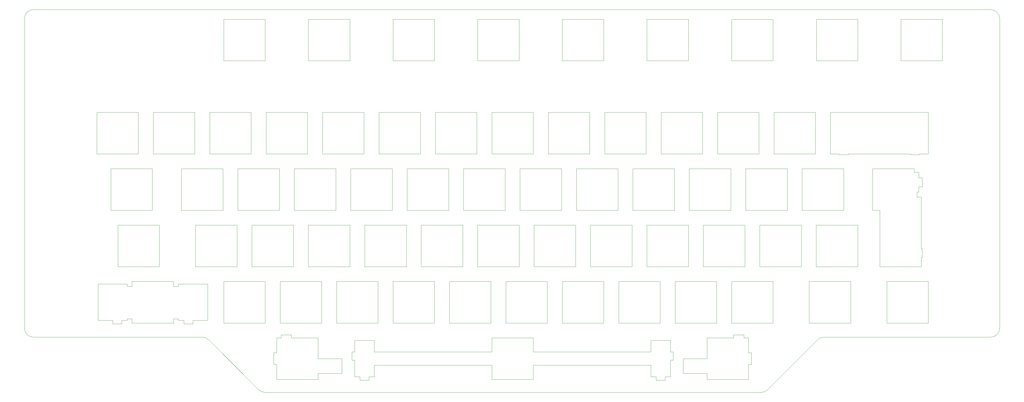
<source format=gbr>
G04 #@! TF.GenerationSoftware,KiCad,Pcbnew,(7.0.0)*
G04 #@! TF.CreationDate,2023-04-03T23:20:41-07:00*
G04 #@! TF.ProjectId,DecentXE-plate,44656365-6e74-4584-952d-706c6174652e,12*
G04 #@! TF.SameCoordinates,Original*
G04 #@! TF.FileFunction,Profile,NP*
%FSLAX46Y46*%
G04 Gerber Fmt 4.6, Leading zero omitted, Abs format (unit mm)*
G04 Created by KiCad (PCBNEW (7.0.0)) date 2023-04-03 23:20:41*
%MOMM*%
%LPD*%
G01*
G04 APERTURE LIST*
G04 #@! TA.AperFunction,Profile*
%ADD10C,0.050000*%
G04 #@! TD*
G04 #@! TA.AperFunction,Profile*
%ADD11C,0.120000*%
G04 #@! TD*
G04 APERTURE END LIST*
D10*
X351560000Y-25360000D02*
X351560000Y-130000000D01*
X22360000Y-130000000D02*
G75*
G03*
X25360000Y-133000000I3000000J0D01*
G01*
X351560000Y-25360000D02*
G75*
G03*
X348560000Y-22360000I-3000000J0D01*
G01*
X348560000Y-133000000D02*
G75*
G03*
X351560000Y-130000000I0J3000000D01*
G01*
X84506120Y-133878680D02*
G75*
G03*
X82384800Y-133000000I-2121320J-2121320D01*
G01*
X101408680Y-150781320D02*
G75*
G03*
X103530000Y-151660000I2121320J2121320D01*
G01*
X103530000Y-151660000D02*
X271100000Y-151660000D01*
X271100000Y-151659971D02*
G75*
G03*
X273221300Y-150781300I0J2999971D01*
G01*
X273221300Y-150781300D02*
X290123900Y-133878700D01*
X292245200Y-133000029D02*
G75*
G03*
X290123900Y-133878700I0J-2999971D01*
G01*
X292245200Y-133000000D02*
X348560000Y-133000000D01*
X25360000Y-133000000D02*
X82384800Y-133000000D01*
X25360000Y-22360000D02*
X348560000Y-22360000D01*
X84506100Y-133878700D02*
X101408700Y-150781300D01*
X25360000Y-22360000D02*
G75*
G03*
X22360000Y-25360000I0J-3000000D01*
G01*
X22360000Y-25360000D02*
X22360000Y-130000000D01*
D11*
X80097500Y-95160000D02*
X80097500Y-109160000D01*
X80097500Y-95160000D02*
X94097500Y-95160000D01*
X80097500Y-109160000D02*
X94097500Y-109160000D01*
X94097500Y-95160000D02*
X94097500Y-109160000D01*
X165822500Y-114210000D02*
X165822500Y-128210000D01*
X165822500Y-114210000D02*
X179822500Y-114210000D01*
X165822500Y-128210000D02*
X179822500Y-128210000D01*
X179822500Y-114210000D02*
X179822500Y-128210000D01*
X127722500Y-114210000D02*
X127722500Y-128210000D01*
X127722500Y-114210000D02*
X141722500Y-114210000D01*
X127722500Y-128210000D02*
X141722500Y-128210000D01*
X141722500Y-114210000D02*
X141722500Y-128210000D01*
X222972500Y-114210000D02*
X222972500Y-128210000D01*
X222972500Y-114210000D02*
X236972500Y-114210000D01*
X222972500Y-128210000D02*
X236972500Y-128210000D01*
X236972500Y-114210000D02*
X236972500Y-128210000D01*
X106481875Y-138260000D02*
X106481875Y-142260000D01*
X107481875Y-133260000D02*
X107481875Y-138260000D01*
X107481875Y-133260000D02*
X108981875Y-133260000D01*
X107481875Y-138260000D02*
X106481875Y-138260000D01*
X107481875Y-142260000D02*
X106481875Y-142260000D01*
X107481875Y-142260000D02*
X107481875Y-147260000D01*
X107481875Y-147260000D02*
X121481875Y-147260000D01*
X108981875Y-132260000D02*
X108981875Y-133260000D01*
X108981875Y-132260000D02*
X112481875Y-132260000D01*
X112481875Y-132260000D02*
X112481875Y-133260000D01*
X112481875Y-133260000D02*
X121481875Y-133260000D01*
X121481875Y-133260000D02*
X121481875Y-140260000D01*
X121481875Y-140260000D02*
X129481875Y-140260000D01*
X121481875Y-145260000D02*
X121481875Y-147260000D01*
X129481875Y-140260000D02*
X129481875Y-145260000D01*
X129481875Y-145260000D02*
X121481875Y-145260000D01*
X118197500Y-95160000D02*
X118197500Y-109160000D01*
X118197500Y-95160000D02*
X132197500Y-95160000D01*
X118197500Y-109160000D02*
X132197500Y-109160000D01*
X132197500Y-95160000D02*
X132197500Y-109160000D01*
X137247500Y-95160000D02*
X137247500Y-109160000D01*
X137247500Y-95160000D02*
X151247500Y-95160000D01*
X137247500Y-109160000D02*
X151247500Y-109160000D01*
X151247500Y-95160000D02*
X151247500Y-109160000D01*
X156297500Y-95160000D02*
X156297500Y-109160000D01*
X156297500Y-95160000D02*
X170297500Y-95160000D01*
X156297500Y-109160000D02*
X170297500Y-109160000D01*
X170297500Y-95160000D02*
X170297500Y-109160000D01*
X175347500Y-95160000D02*
X175347500Y-109160000D01*
X175347500Y-95160000D02*
X189347500Y-95160000D01*
X175347500Y-109160000D02*
X189347500Y-109160000D01*
X189347500Y-95160000D02*
X189347500Y-109160000D01*
X203922500Y-25610000D02*
X203922500Y-39610000D01*
X203922500Y-25610000D02*
X217922500Y-25610000D01*
X203922500Y-39610000D02*
X217922500Y-39610000D01*
X217922500Y-25610000D02*
X217922500Y-39610000D01*
X313460000Y-114210000D02*
X313460000Y-128210000D01*
X313460000Y-114210000D02*
X327460000Y-114210000D01*
X313460000Y-128210000D02*
X327460000Y-128210000D01*
X327460000Y-114210000D02*
X327460000Y-128210000D01*
X194397500Y-95160000D02*
X194397500Y-109160000D01*
X194397500Y-95160000D02*
X208397500Y-95160000D01*
X194397500Y-109160000D02*
X208397500Y-109160000D01*
X208397500Y-95160000D02*
X208397500Y-109160000D01*
X213447500Y-95160000D02*
X213447500Y-109160000D01*
X213447500Y-95160000D02*
X227447500Y-95160000D01*
X213447500Y-109160000D02*
X227447500Y-109160000D01*
X227447500Y-95160000D02*
X227447500Y-109160000D01*
X232497500Y-95160000D02*
X232497500Y-109160000D01*
X232497500Y-95160000D02*
X246497500Y-95160000D01*
X232497500Y-109160000D02*
X246497500Y-109160000D01*
X246497500Y-95160000D02*
X246497500Y-109160000D01*
X47166250Y-115063200D02*
X47166250Y-127356800D01*
X52142250Y-127356800D02*
X47166250Y-127356800D01*
X52142250Y-127356800D02*
X52142250Y-128525200D01*
X55190250Y-127356800D02*
X55190250Y-128525200D01*
X55190250Y-128525200D02*
X52142250Y-128525200D01*
X56996250Y-115063200D02*
X47166250Y-115063200D01*
X56996250Y-115063200D02*
X56996250Y-115876000D01*
X56996250Y-115876000D02*
X58666250Y-115876000D01*
X56996250Y-126798000D02*
X58666250Y-126798000D01*
X56996250Y-127356800D02*
X55190250Y-127356800D01*
X56996250Y-127356800D02*
X56996250Y-126798000D01*
X58666250Y-114210000D02*
X58666250Y-115876000D01*
X58666250Y-114210000D02*
X72666250Y-114210000D01*
X58666250Y-128210000D02*
X58666250Y-126798000D01*
X58666250Y-128210000D02*
X72666250Y-128210000D01*
X72666250Y-114210000D02*
X72666250Y-115876000D01*
X72666250Y-128210000D02*
X72666250Y-126798000D01*
X74336250Y-115063200D02*
X74336250Y-115876000D01*
X74336250Y-115063200D02*
X84166250Y-115063200D01*
X74336250Y-115876000D02*
X72666250Y-115876000D01*
X74336250Y-126798000D02*
X72666250Y-126798000D01*
X74336250Y-127356800D02*
X74336250Y-126798000D01*
X74336250Y-127356800D02*
X76142250Y-127356800D01*
X76142250Y-127356800D02*
X76142250Y-128525200D01*
X76142250Y-128525200D02*
X79190250Y-128525200D01*
X79190250Y-127356800D02*
X79190250Y-128525200D01*
X79190250Y-127356800D02*
X84166250Y-127356800D01*
X84166250Y-115063200D02*
X84166250Y-127356800D01*
X203922500Y-114210000D02*
X203922500Y-128210000D01*
X203922500Y-114210000D02*
X217922500Y-114210000D01*
X203922500Y-128210000D02*
X217922500Y-128210000D01*
X217922500Y-114210000D02*
X217922500Y-128210000D01*
X184872500Y-114210000D02*
X184872500Y-128210000D01*
X184872500Y-114210000D02*
X198872500Y-114210000D01*
X184872500Y-128210000D02*
X198872500Y-128210000D01*
X198872500Y-114210000D02*
X198872500Y-128210000D01*
X289660000Y-25610000D02*
X289660000Y-39610000D01*
X289660000Y-25610000D02*
X303660000Y-25610000D01*
X289660000Y-39610000D02*
X303660000Y-39610000D01*
X303660000Y-25610000D02*
X303660000Y-39610000D01*
X242022500Y-114210000D02*
X242022500Y-128210000D01*
X242022500Y-114210000D02*
X256022500Y-114210000D01*
X242022500Y-128210000D02*
X256022500Y-128210000D01*
X256022500Y-114210000D02*
X256022500Y-128210000D01*
X270597500Y-95160000D02*
X270597500Y-109160000D01*
X270597500Y-95160000D02*
X284597500Y-95160000D01*
X270597500Y-109160000D02*
X284597500Y-109160000D01*
X284597500Y-95160000D02*
X284597500Y-109160000D01*
X287266250Y-114210000D02*
X287266250Y-128210000D01*
X287266250Y-114210000D02*
X301266250Y-114210000D01*
X287266250Y-128210000D02*
X301266250Y-128210000D01*
X301266250Y-114210000D02*
X301266250Y-128210000D01*
X99147500Y-95160000D02*
X99147500Y-109160000D01*
X99147500Y-95160000D02*
X113147500Y-95160000D01*
X99147500Y-109160000D02*
X113147500Y-109160000D01*
X113147500Y-95160000D02*
X113147500Y-109160000D01*
X261072500Y-25610000D02*
X261072500Y-39610000D01*
X261072500Y-25610000D02*
X275072500Y-25610000D01*
X261072500Y-39610000D02*
X275072500Y-39610000D01*
X275072500Y-25610000D02*
X275072500Y-39610000D01*
X251547500Y-95160000D02*
X251547500Y-109160000D01*
X251547500Y-95160000D02*
X265547500Y-95160000D01*
X251547500Y-109160000D02*
X265547500Y-109160000D01*
X265547500Y-95160000D02*
X265547500Y-109160000D01*
X261072500Y-114210000D02*
X261072500Y-128210000D01*
X261072500Y-114210000D02*
X275072500Y-114210000D01*
X261072500Y-128210000D02*
X275072500Y-128210000D01*
X275072500Y-114210000D02*
X275072500Y-128210000D01*
X132893600Y-137974000D02*
X132893600Y-140768000D01*
X133780000Y-134113200D02*
X133780000Y-137974000D01*
X133780000Y-137974000D02*
X132893600Y-137974000D01*
X133780000Y-140768000D02*
X132893600Y-140768000D01*
X133780000Y-140768000D02*
X133780000Y-146406800D01*
X135586000Y-146406800D02*
X133780000Y-146406800D01*
X135586000Y-146406800D02*
X135586000Y-147575200D01*
X138634000Y-146406800D02*
X138634000Y-147575200D01*
X138634000Y-147575200D02*
X135586000Y-147575200D01*
X140440000Y-134113200D02*
X133780000Y-134113200D01*
X140440000Y-134113200D02*
X140440000Y-138010000D01*
X140440000Y-138010000D02*
X180110000Y-138010000D01*
X140440000Y-142510000D02*
X180110000Y-142510000D01*
X140440000Y-146406800D02*
X138634000Y-146406800D01*
X140440000Y-146406800D02*
X140440000Y-142510000D01*
X180110000Y-133260000D02*
X180110000Y-138010000D01*
X180110000Y-133260000D02*
X194110000Y-133260000D01*
X180110000Y-147260000D02*
X180110000Y-142510000D01*
X180110000Y-147260000D02*
X194110000Y-147260000D01*
X194110000Y-133260000D02*
X194110000Y-138010000D01*
X194110000Y-147260000D02*
X194110000Y-142510000D01*
X233780000Y-134113200D02*
X233780000Y-138010000D01*
X233780000Y-134113200D02*
X240440000Y-134113200D01*
X233780000Y-138010000D02*
X194110000Y-138010000D01*
X233780000Y-142510000D02*
X194110000Y-142510000D01*
X233780000Y-146406800D02*
X233780000Y-142510000D01*
X233780000Y-146406800D02*
X235586000Y-146406800D01*
X235586000Y-146406800D02*
X235586000Y-147575200D01*
X235586000Y-147575200D02*
X238634000Y-147575200D01*
X238634000Y-146406800D02*
X238634000Y-147575200D01*
X238634000Y-146406800D02*
X240440000Y-146406800D01*
X240440000Y-134113200D02*
X240440000Y-137974000D01*
X240440000Y-137974000D02*
X241326400Y-137974000D01*
X240440000Y-140768000D02*
X240440000Y-146406800D01*
X240440000Y-140768000D02*
X241326400Y-140768000D01*
X241326400Y-137974000D02*
X241326400Y-140768000D01*
X232497500Y-25610000D02*
X232497500Y-39610000D01*
X232497500Y-25610000D02*
X246497500Y-25610000D01*
X232497500Y-39610000D02*
X246497500Y-39610000D01*
X246497500Y-25610000D02*
X246497500Y-39610000D01*
X146772500Y-114210000D02*
X146772500Y-128210000D01*
X146772500Y-114210000D02*
X160772500Y-114210000D01*
X146772500Y-128210000D02*
X160772500Y-128210000D01*
X160772500Y-114210000D02*
X160772500Y-128210000D01*
X108672500Y-114210000D02*
X108672500Y-128210000D01*
X108672500Y-114210000D02*
X122672500Y-114210000D01*
X108672500Y-128210000D02*
X122672500Y-128210000D01*
X122672500Y-114210000D02*
X122672500Y-128210000D01*
X89622500Y-114210000D02*
X89622500Y-128210000D01*
X89622500Y-114210000D02*
X103622500Y-114210000D01*
X89622500Y-128210000D02*
X103622500Y-128210000D01*
X103622500Y-114210000D02*
X103622500Y-128210000D01*
X94385000Y-76110000D02*
X94385000Y-90110000D01*
X94385000Y-76110000D02*
X108385000Y-76110000D01*
X94385000Y-90110000D02*
X108385000Y-90110000D01*
X108385000Y-76110000D02*
X108385000Y-90110000D01*
X170585000Y-76110000D02*
X170585000Y-90110000D01*
X170585000Y-76110000D02*
X184585000Y-76110000D01*
X170585000Y-90110000D02*
X184585000Y-90110000D01*
X184585000Y-76110000D02*
X184585000Y-90110000D01*
X151535000Y-76110000D02*
X151535000Y-90110000D01*
X151535000Y-76110000D02*
X165535000Y-76110000D01*
X151535000Y-90110000D02*
X165535000Y-90110000D01*
X165535000Y-76110000D02*
X165535000Y-90110000D01*
X189635000Y-76110000D02*
X189635000Y-90110000D01*
X189635000Y-76110000D02*
X203635000Y-76110000D01*
X189635000Y-90110000D02*
X203635000Y-90110000D01*
X203635000Y-76110000D02*
X203635000Y-90110000D01*
X246785000Y-76110000D02*
X246785000Y-90110000D01*
X246785000Y-76110000D02*
X260785000Y-76110000D01*
X246785000Y-90110000D02*
X260785000Y-90110000D01*
X260785000Y-76110000D02*
X260785000Y-90110000D01*
X75335000Y-76110000D02*
X75335000Y-90110000D01*
X75335000Y-76110000D02*
X89335000Y-76110000D01*
X75335000Y-90110000D02*
X89335000Y-90110000D01*
X89335000Y-76110000D02*
X89335000Y-90110000D01*
X208685000Y-76110000D02*
X208685000Y-90110000D01*
X208685000Y-76110000D02*
X222685000Y-76110000D01*
X208685000Y-90110000D02*
X222685000Y-90110000D01*
X222685000Y-76110000D02*
X222685000Y-90110000D01*
X284885000Y-76110000D02*
X284885000Y-90110000D01*
X284885000Y-76110000D02*
X298885000Y-76110000D01*
X284885000Y-90110000D02*
X298885000Y-90110000D01*
X298885000Y-76110000D02*
X298885000Y-90110000D01*
X265835000Y-76110000D02*
X265835000Y-90110000D01*
X265835000Y-76110000D02*
X279835000Y-76110000D01*
X265835000Y-90110000D02*
X279835000Y-90110000D01*
X279835000Y-76110000D02*
X279835000Y-90110000D01*
X132485000Y-76110000D02*
X132485000Y-90110000D01*
X132485000Y-76110000D02*
X146485000Y-76110000D01*
X132485000Y-90110000D02*
X146485000Y-90110000D01*
X146485000Y-76110000D02*
X146485000Y-90110000D01*
X113435000Y-76110000D02*
X113435000Y-90110000D01*
X113435000Y-76110000D02*
X127435000Y-76110000D01*
X113435000Y-90110000D02*
X127435000Y-90110000D01*
X127435000Y-76110000D02*
X127435000Y-90110000D01*
X227735000Y-76110000D02*
X227735000Y-90110000D01*
X227735000Y-76110000D02*
X241735000Y-76110000D01*
X227735000Y-90110000D02*
X241735000Y-90110000D01*
X241735000Y-76110000D02*
X241735000Y-90110000D01*
X46760000Y-57060000D02*
X46760000Y-71060000D01*
X46760000Y-57060000D02*
X60760000Y-57060000D01*
X46760000Y-71060000D02*
X60760000Y-71060000D01*
X60760000Y-57060000D02*
X60760000Y-71060000D01*
X199160000Y-57060000D02*
X199160000Y-71060000D01*
X199160000Y-57060000D02*
X213160000Y-57060000D01*
X199160000Y-71060000D02*
X213160000Y-71060000D01*
X213160000Y-57060000D02*
X213160000Y-71060000D01*
X161060000Y-57060000D02*
X161060000Y-71060000D01*
X161060000Y-57060000D02*
X175060000Y-57060000D01*
X161060000Y-71060000D02*
X175060000Y-71060000D01*
X175060000Y-57060000D02*
X175060000Y-71060000D01*
X218210000Y-57060000D02*
X218210000Y-71060000D01*
X218210000Y-57060000D02*
X232210000Y-57060000D01*
X218210000Y-71060000D02*
X232210000Y-71060000D01*
X232210000Y-57060000D02*
X232210000Y-71060000D01*
X237260000Y-57060000D02*
X237260000Y-71060000D01*
X237260000Y-57060000D02*
X251260000Y-57060000D01*
X237260000Y-71060000D02*
X251260000Y-71060000D01*
X251260000Y-57060000D02*
X251260000Y-71060000D01*
X142010000Y-57060000D02*
X142010000Y-71060000D01*
X142010000Y-57060000D02*
X156010000Y-57060000D01*
X142010000Y-71060000D02*
X156010000Y-71060000D01*
X156010000Y-57060000D02*
X156010000Y-71060000D01*
X103910000Y-57060000D02*
X103910000Y-71060000D01*
X103910000Y-57060000D02*
X117910000Y-57060000D01*
X103910000Y-71060000D02*
X117910000Y-71060000D01*
X117910000Y-57060000D02*
X117910000Y-71060000D01*
X275360000Y-57060000D02*
X275360000Y-71060000D01*
X275360000Y-57060000D02*
X289360000Y-57060000D01*
X275360000Y-71060000D02*
X289360000Y-71060000D01*
X289360000Y-57060000D02*
X289360000Y-71060000D01*
X122960000Y-57060000D02*
X122960000Y-71060000D01*
X122960000Y-57060000D02*
X136960000Y-57060000D01*
X122960000Y-71060000D02*
X136960000Y-71060000D01*
X136960000Y-57060000D02*
X136960000Y-71060000D01*
X65810000Y-57060000D02*
X65810000Y-71060000D01*
X65810000Y-57060000D02*
X79810000Y-57060000D01*
X65810000Y-71060000D02*
X79810000Y-71060000D01*
X79810000Y-57060000D02*
X79810000Y-71060000D01*
X256310000Y-57060000D02*
X256310000Y-71060000D01*
X256310000Y-57060000D02*
X270310000Y-57060000D01*
X256310000Y-71060000D02*
X270310000Y-71060000D01*
X270310000Y-57060000D02*
X270310000Y-71060000D01*
X84860000Y-57060000D02*
X84860000Y-71060000D01*
X84860000Y-57060000D02*
X98860000Y-57060000D01*
X84860000Y-71060000D02*
X98860000Y-71060000D01*
X98860000Y-57060000D02*
X98860000Y-71060000D01*
X180110000Y-57060000D02*
X180110000Y-71060000D01*
X180110000Y-57060000D02*
X194110000Y-57060000D01*
X180110000Y-71060000D02*
X194110000Y-71060000D01*
X194110000Y-57060000D02*
X194110000Y-71060000D01*
X51522500Y-76110000D02*
X51522500Y-90110000D01*
X51522500Y-76110000D02*
X65522500Y-76110000D01*
X51522500Y-90110000D02*
X65522500Y-90110000D01*
X65522500Y-76110000D02*
X65522500Y-90110000D01*
X289647500Y-95160000D02*
X289647500Y-109160000D01*
X289647500Y-95160000D02*
X303647500Y-95160000D01*
X289647500Y-109160000D02*
X303647500Y-109160000D01*
X303647500Y-95160000D02*
X303647500Y-109160000D01*
X89622500Y-25610000D02*
X89622500Y-39610000D01*
X89622500Y-25610000D02*
X103622500Y-25610000D01*
X89622500Y-39610000D02*
X103622500Y-39610000D01*
X103622500Y-25610000D02*
X103622500Y-39610000D01*
X118197500Y-25610000D02*
X118197500Y-39610000D01*
X118197500Y-25610000D02*
X132197500Y-25610000D01*
X118197500Y-39610000D02*
X132197500Y-39610000D01*
X132197500Y-25610000D02*
X132197500Y-39610000D01*
X146772500Y-25610000D02*
X146772500Y-39610000D01*
X146772500Y-25610000D02*
X160772500Y-25610000D01*
X146772500Y-39610000D02*
X160772500Y-39610000D01*
X160772500Y-25610000D02*
X160772500Y-39610000D01*
X175347500Y-25610000D02*
X175347500Y-39610000D01*
X175347500Y-25610000D02*
X189347500Y-25610000D01*
X175347500Y-39610000D02*
X189347500Y-39610000D01*
X189347500Y-25610000D02*
X189347500Y-39610000D01*
X318222500Y-25610000D02*
X318222500Y-39610000D01*
X318222500Y-25610000D02*
X332222500Y-25610000D01*
X318222500Y-39610000D02*
X332222500Y-39610000D01*
X332222500Y-25610000D02*
X332222500Y-39610000D01*
X294415000Y-57060000D02*
X294415000Y-71060000D01*
X294415000Y-57060000D02*
X327455000Y-57060000D01*
X294415000Y-71060000D02*
X297411000Y-71060000D01*
X297411000Y-71060000D02*
X297411000Y-71375200D01*
X300459000Y-71060000D02*
X300459000Y-71375200D01*
X300459000Y-71060000D02*
X321411000Y-71060000D01*
X300459000Y-71375200D02*
X297411000Y-71375200D01*
X321411000Y-71060000D02*
X321411000Y-71375200D01*
X321411000Y-71375200D02*
X324459000Y-71375200D01*
X324459000Y-71060000D02*
X324459000Y-71375200D01*
X324459000Y-71060000D02*
X327455000Y-71060000D01*
X327455000Y-57060000D02*
X327455000Y-71060000D01*
X53903750Y-95160000D02*
X53903750Y-109160000D01*
X53903750Y-95160000D02*
X67903750Y-95160000D01*
X53903750Y-109160000D02*
X67903750Y-109160000D01*
X67903750Y-95160000D02*
X67903750Y-109160000D01*
X308697450Y-76110000D02*
X322697450Y-76110000D01*
X308697450Y-90110000D02*
X308697450Y-76110000D01*
X311078750Y-90110000D02*
X308697450Y-90110000D01*
X311078750Y-109160000D02*
X311078750Y-90110000D01*
X322697450Y-76110000D02*
X322697450Y-77305000D01*
X322697450Y-77305000D02*
X324225550Y-77305000D01*
X323666750Y-83965000D02*
X323666750Y-85635000D01*
X324225550Y-79111000D02*
X324225550Y-77305000D01*
X324225550Y-79111000D02*
X325393950Y-79111000D01*
X324225550Y-82159000D02*
X325393950Y-82159000D01*
X324225550Y-83965000D02*
X323666750Y-83965000D01*
X324225550Y-83965000D02*
X324225550Y-82159000D01*
X325078750Y-85635000D02*
X323666750Y-85635000D01*
X325078750Y-103111000D02*
X325078750Y-85635000D01*
X325078750Y-103111000D02*
X325393950Y-103111000D01*
X325078750Y-106159000D02*
X325078750Y-109160000D01*
X325078750Y-106159000D02*
X325393950Y-106159000D01*
X325078750Y-109160000D02*
X311078750Y-109160000D01*
X325393950Y-82159000D02*
X325393950Y-79111000D01*
X325393950Y-103111000D02*
X325393950Y-106159000D01*
X244738125Y-140260000D02*
X244738125Y-145260000D01*
X244738125Y-145260000D02*
X252738125Y-145260000D01*
X252738125Y-133260000D02*
X252738125Y-140260000D01*
X252738125Y-140260000D02*
X244738125Y-140260000D01*
X252738125Y-145260000D02*
X252738125Y-147260000D01*
X261738125Y-132260000D02*
X261738125Y-133260000D01*
X261738125Y-133260000D02*
X252738125Y-133260000D01*
X265238125Y-132260000D02*
X261738125Y-132260000D01*
X265238125Y-132260000D02*
X265238125Y-133260000D01*
X266738125Y-133260000D02*
X265238125Y-133260000D01*
X266738125Y-133260000D02*
X266738125Y-138260000D01*
X266738125Y-138260000D02*
X267738125Y-138260000D01*
X266738125Y-142260000D02*
X266738125Y-147260000D01*
X266738125Y-142260000D02*
X267738125Y-142260000D01*
X266738125Y-147260000D02*
X252738125Y-147260000D01*
X267738125Y-138260000D02*
X267738125Y-142260000D01*
M02*

</source>
